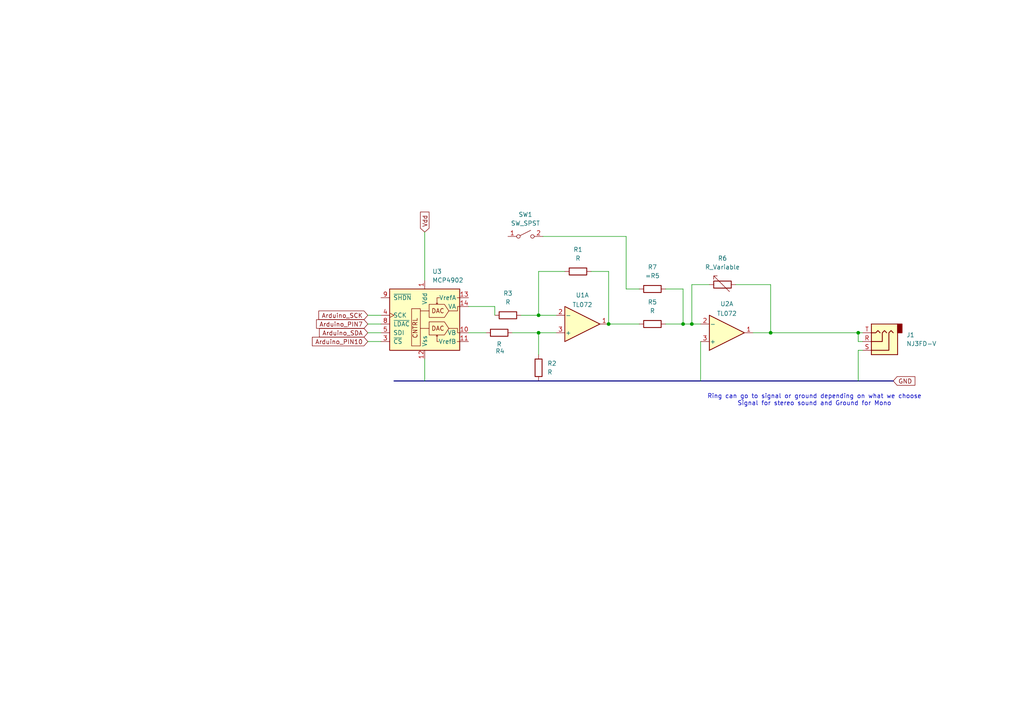
<source format=kicad_sch>
(kicad_sch
	(version 20231120)
	(generator "eeschema")
	(generator_version "8.0")
	(uuid "1f52c9a4-f58e-4d91-9410-99eb02bd9a97")
	(paper "A4")
	(lib_symbols
		(symbol "Amplifier_Operational:TL072"
			(pin_names
				(offset 0.127)
			)
			(exclude_from_sim no)
			(in_bom yes)
			(on_board yes)
			(property "Reference" "U"
				(at 0 5.08 0)
				(effects
					(font
						(size 1.27 1.27)
					)
					(justify left)
				)
			)
			(property "Value" "TL072"
				(at 0 -5.08 0)
				(effects
					(font
						(size 1.27 1.27)
					)
					(justify left)
				)
			)
			(property "Footprint" ""
				(at 0 0 0)
				(effects
					(font
						(size 1.27 1.27)
					)
					(hide yes)
				)
			)
			(property "Datasheet" "http://www.ti.com/lit/ds/symlink/tl071.pdf"
				(at 0 0 0)
				(effects
					(font
						(size 1.27 1.27)
					)
					(hide yes)
				)
			)
			(property "Description" "Dual Low-Noise JFET-Input Operational Amplifiers, DIP-8/SOIC-8"
				(at 0 0 0)
				(effects
					(font
						(size 1.27 1.27)
					)
					(hide yes)
				)
			)
			(property "ki_locked" ""
				(at 0 0 0)
				(effects
					(font
						(size 1.27 1.27)
					)
				)
			)
			(property "ki_keywords" "dual opamp"
				(at 0 0 0)
				(effects
					(font
						(size 1.27 1.27)
					)
					(hide yes)
				)
			)
			(property "ki_fp_filters" "SOIC*3.9x4.9mm*P1.27mm* DIP*W7.62mm* TO*99* OnSemi*Micro8* TSSOP*3x3mm*P0.65mm* TSSOP*4.4x3mm*P0.65mm* MSOP*3x3mm*P0.65mm* SSOP*3.9x4.9mm*P0.635mm* LFCSP*2x2mm*P0.5mm* *SIP* SOIC*5.3x6.2mm*P1.27mm*"
				(at 0 0 0)
				(effects
					(font
						(size 1.27 1.27)
					)
					(hide yes)
				)
			)
			(symbol "TL072_1_1"
				(polyline
					(pts
						(xy -5.08 5.08) (xy 5.08 0) (xy -5.08 -5.08) (xy -5.08 5.08)
					)
					(stroke
						(width 0.254)
						(type default)
					)
					(fill
						(type background)
					)
				)
				(pin output line
					(at 7.62 0 180)
					(length 2.54)
					(name "~"
						(effects
							(font
								(size 1.27 1.27)
							)
						)
					)
					(number "1"
						(effects
							(font
								(size 1.27 1.27)
							)
						)
					)
				)
				(pin input line
					(at -7.62 -2.54 0)
					(length 2.54)
					(name "-"
						(effects
							(font
								(size 1.27 1.27)
							)
						)
					)
					(number "2"
						(effects
							(font
								(size 1.27 1.27)
							)
						)
					)
				)
				(pin input line
					(at -7.62 2.54 0)
					(length 2.54)
					(name "+"
						(effects
							(font
								(size 1.27 1.27)
							)
						)
					)
					(number "3"
						(effects
							(font
								(size 1.27 1.27)
							)
						)
					)
				)
			)
			(symbol "TL072_2_1"
				(polyline
					(pts
						(xy -5.08 5.08) (xy 5.08 0) (xy -5.08 -5.08) (xy -5.08 5.08)
					)
					(stroke
						(width 0.254)
						(type default)
					)
					(fill
						(type background)
					)
				)
				(pin input line
					(at -7.62 2.54 0)
					(length 2.54)
					(name "+"
						(effects
							(font
								(size 1.27 1.27)
							)
						)
					)
					(number "5"
						(effects
							(font
								(size 1.27 1.27)
							)
						)
					)
				)
				(pin input line
					(at -7.62 -2.54 0)
					(length 2.54)
					(name "-"
						(effects
							(font
								(size 1.27 1.27)
							)
						)
					)
					(number "6"
						(effects
							(font
								(size 1.27 1.27)
							)
						)
					)
				)
				(pin output line
					(at 7.62 0 180)
					(length 2.54)
					(name "~"
						(effects
							(font
								(size 1.27 1.27)
							)
						)
					)
					(number "7"
						(effects
							(font
								(size 1.27 1.27)
							)
						)
					)
				)
			)
			(symbol "TL072_3_1"
				(pin power_in line
					(at -2.54 -7.62 90)
					(length 3.81)
					(name "V-"
						(effects
							(font
								(size 1.27 1.27)
							)
						)
					)
					(number "4"
						(effects
							(font
								(size 1.27 1.27)
							)
						)
					)
				)
				(pin power_in line
					(at -2.54 7.62 270)
					(length 3.81)
					(name "V+"
						(effects
							(font
								(size 1.27 1.27)
							)
						)
					)
					(number "8"
						(effects
							(font
								(size 1.27 1.27)
							)
						)
					)
				)
			)
		)
		(symbol "Analog_DAC:MCP4902"
			(pin_names
				(offset 1.016)
			)
			(exclude_from_sim no)
			(in_bom yes)
			(on_board yes)
			(property "Reference" "U"
				(at -1.905 10.795 0)
				(effects
					(font
						(size 1.27 1.27)
					)
					(justify right)
				)
			)
			(property "Value" "MCP4902"
				(at -1.905 8.89 0)
				(effects
					(font
						(size 1.27 1.27)
					)
					(justify right)
				)
			)
			(property "Footprint" ""
				(at 20.32 -7.62 0)
				(effects
					(font
						(size 1.27 1.27)
					)
					(hide yes)
				)
			)
			(property "Datasheet" "http://ww1.microchip.com/downloads/en/DeviceDoc/22250A.pdf"
				(at 20.32 -7.62 0)
				(effects
					(font
						(size 1.27 1.27)
					)
					(hide yes)
				)
			)
			(property "Description" "2-Channel 8-Bit D/A Converters with SPI Interface"
				(at 0 0 0)
				(effects
					(font
						(size 1.27 1.27)
					)
					(hide yes)
				)
			)
			(property "ki_keywords" "8-Bit DAC SPI  2ch"
				(at 0 0 0)
				(effects
					(font
						(size 1.27 1.27)
					)
					(hide yes)
				)
			)
			(property "ki_fp_filters" "DIP*W7.62mm* SOIC*3.9x8.7mm*P1.27mm* TSSOP*4.4x5mm*P0.65mm*"
				(at 0 0 0)
				(effects
					(font
						(size 1.27 1.27)
					)
					(hide yes)
				)
			)
			(symbol "MCP4902_0_0"
				(polyline
					(pts
						(xy 3.556 -5.842) (xy 3.302 -6.096)
					)
					(stroke
						(width 0)
						(type default)
					)
					(fill
						(type none)
					)
				)
				(polyline
					(pts
						(xy 3.556 -5.842) (xy 3.81 -6.096)
					)
					(stroke
						(width 0)
						(type default)
					)
					(fill
						(type none)
					)
				)
				(polyline
					(pts
						(xy 3.556 3.302) (xy 3.302 3.556)
					)
					(stroke
						(width 0)
						(type default)
					)
					(fill
						(type none)
					)
				)
				(polyline
					(pts
						(xy 3.556 3.302) (xy 3.81 3.556)
					)
					(stroke
						(width 0)
						(type default)
					)
					(fill
						(type none)
					)
				)
				(polyline
					(pts
						(xy 10.16 -7.62) (xy 9.398 -7.62)
					)
					(stroke
						(width 0)
						(type default)
					)
					(fill
						(type none)
					)
				)
				(polyline
					(pts
						(xy 10.16 5.08) (xy 9.398 5.08)
					)
					(stroke
						(width 0)
						(type default)
					)
					(fill
						(type none)
					)
				)
				(polyline
					(pts
						(xy 4.064 -7.62) (xy 3.556 -7.62) (xy 3.556 -5.842)
					)
					(stroke
						(width 0)
						(type default)
					)
					(fill
						(type none)
					)
				)
				(polyline
					(pts
						(xy 4.318 5.08) (xy 3.556 5.08) (xy 3.556 3.302)
					)
					(stroke
						(width 0)
						(type default)
					)
					(fill
						(type none)
					)
				)
				(polyline
					(pts
						(xy 6.985 -3.81) (xy 9.525 -3.81) (xy 9.525 -5.08) (xy 10.16 -5.08)
					)
					(stroke
						(width 0)
						(type default)
					)
					(fill
						(type none)
					)
				)
				(polyline
					(pts
						(xy 6.985 1.27) (xy 9.525 1.27) (xy 9.525 2.54) (xy 10.16 2.54)
					)
					(stroke
						(width 0)
						(type default)
					)
					(fill
						(type none)
					)
				)
				(text "CNTRL"
					(at -2.032 -6.731 900)
					(effects
						(font
							(size 1.27 1.27)
						)
						(justify left bottom)
					)
				)
				(text "DAC"
					(at 3.81 -3.81 0)
					(effects
						(font
							(size 1.27 1.27)
						)
					)
				)
				(text "DAC"
					(at 3.81 1.27 0)
					(effects
						(font
							(size 1.27 1.27)
						)
					)
				)
			)
			(symbol "MCP4902_0_1"
				(rectangle
					(start -10.16 7.62)
					(end 10.16 -10.16)
					(stroke
						(width 0.254)
						(type default)
					)
					(fill
						(type background)
					)
				)
				(rectangle
					(start -1.27 -8.89)
					(end -3.81 1.905)
					(stroke
						(width 0)
						(type default)
					)
					(fill
						(type none)
					)
				)
				(polyline
					(pts
						(xy 1.27 -3.81) (xy -1.27 -3.81)
					)
					(stroke
						(width 0)
						(type default)
					)
					(fill
						(type none)
					)
				)
				(polyline
					(pts
						(xy 1.27 1.27) (xy -1.27 1.27)
					)
					(stroke
						(width 0)
						(type default)
					)
					(fill
						(type none)
					)
				)
				(polyline
					(pts
						(xy 6.985 -3.81) (xy 5.715 -1.905) (xy 1.27 -1.905) (xy 1.27 -5.715) (xy 5.715 -5.715) (xy 6.985 -3.81)
					)
					(stroke
						(width 0)
						(type default)
					)
					(fill
						(type none)
					)
				)
				(polyline
					(pts
						(xy 6.985 1.27) (xy 5.715 3.175) (xy 1.27 3.175) (xy 1.27 -0.635) (xy 5.715 -0.635) (xy 6.985 1.27)
					)
					(stroke
						(width 0)
						(type default)
					)
					(fill
						(type none)
					)
				)
			)
			(symbol "MCP4902_1_1"
				(pin power_in line
					(at 0 10.16 270)
					(length 2.54)
					(name "Vdd"
						(effects
							(font
								(size 1.27 1.27)
							)
						)
					)
					(number "1"
						(effects
							(font
								(size 1.27 1.27)
							)
						)
					)
				)
				(pin output line
					(at 12.7 -5.08 180)
					(length 2.54)
					(name "VB"
						(effects
							(font
								(size 1.27 1.27)
							)
						)
					)
					(number "10"
						(effects
							(font
								(size 1.27 1.27)
							)
						)
					)
				)
				(pin input line
					(at 12.7 -7.62 180)
					(length 2.54)
					(name "VrefB"
						(effects
							(font
								(size 1.27 1.27)
							)
						)
					)
					(number "11"
						(effects
							(font
								(size 1.27 1.27)
							)
						)
					)
				)
				(pin power_in line
					(at 0 -12.7 90)
					(length 2.54)
					(name "Vss"
						(effects
							(font
								(size 1.27 1.27)
							)
						)
					)
					(number "12"
						(effects
							(font
								(size 1.27 1.27)
							)
						)
					)
				)
				(pin input line
					(at 12.7 5.08 180)
					(length 2.54)
					(name "VrefA"
						(effects
							(font
								(size 1.27 1.27)
							)
						)
					)
					(number "13"
						(effects
							(font
								(size 1.27 1.27)
							)
						)
					)
				)
				(pin output line
					(at 12.7 2.54 180)
					(length 2.54)
					(name "VA"
						(effects
							(font
								(size 1.27 1.27)
							)
						)
					)
					(number "14"
						(effects
							(font
								(size 1.27 1.27)
							)
						)
					)
				)
				(pin no_connect line
					(at -7.62 -10.16 90)
					(length 2.54) hide
					(name "NC"
						(effects
							(font
								(size 1.27 1.27)
							)
						)
					)
					(number "2"
						(effects
							(font
								(size 1.27 1.27)
							)
						)
					)
				)
				(pin input line
					(at -12.7 -7.62 0)
					(length 2.54)
					(name "~{CS}"
						(effects
							(font
								(size 1.27 1.27)
							)
						)
					)
					(number "3"
						(effects
							(font
								(size 1.27 1.27)
							)
						)
					)
				)
				(pin input clock
					(at -12.7 0 0)
					(length 2.54)
					(name "SCK"
						(effects
							(font
								(size 1.27 1.27)
							)
						)
					)
					(number "4"
						(effects
							(font
								(size 1.27 1.27)
							)
						)
					)
				)
				(pin input line
					(at -12.7 -5.08 0)
					(length 2.54)
					(name "SDI"
						(effects
							(font
								(size 1.27 1.27)
							)
						)
					)
					(number "5"
						(effects
							(font
								(size 1.27 1.27)
							)
						)
					)
				)
				(pin no_connect line
					(at -5.08 -10.16 90)
					(length 2.54) hide
					(name "NC"
						(effects
							(font
								(size 1.27 1.27)
							)
						)
					)
					(number "6"
						(effects
							(font
								(size 1.27 1.27)
							)
						)
					)
				)
				(pin no_connect line
					(at -2.54 -10.16 90)
					(length 2.54) hide
					(name "NC"
						(effects
							(font
								(size 1.27 1.27)
							)
						)
					)
					(number "7"
						(effects
							(font
								(size 1.27 1.27)
							)
						)
					)
				)
				(pin input line
					(at -12.7 -2.54 0)
					(length 2.54)
					(name "~{LDAC}"
						(effects
							(font
								(size 1.27 1.27)
							)
						)
					)
					(number "8"
						(effects
							(font
								(size 1.27 1.27)
							)
						)
					)
				)
				(pin output line
					(at -12.7 5.08 0)
					(length 2.54)
					(name "~{SHDN}"
						(effects
							(font
								(size 1.27 1.27)
							)
						)
					)
					(number "9"
						(effects
							(font
								(size 1.27 1.27)
							)
						)
					)
				)
			)
		)
		(symbol "Connector_Audio:NJ3FD-V"
			(exclude_from_sim no)
			(in_bom yes)
			(on_board yes)
			(property "Reference" "J"
				(at 0 8.89 0)
				(effects
					(font
						(size 1.27 1.27)
					)
				)
			)
			(property "Value" "NJ3FD-V"
				(at 0 6.35 0)
				(effects
					(font
						(size 1.27 1.27)
					)
				)
			)
			(property "Footprint" "Connector_Audio:Jack_6.35mm_Neutrik_NJ3FD-V_Vertical"
				(at 0 0 0)
				(effects
					(font
						(size 1.27 1.27)
					)
					(hide yes)
				)
			)
			(property "Datasheet" "https://www.neutrik.com/en/product/nj3fd-v"
				(at 0 0 0)
				(effects
					(font
						(size 1.27 1.27)
					)
					(hide yes)
				)
			)
			(property "Description" "6.35mm (1/4 in) Vertical Jack, Non-switching stereo jack (T/R/S)"
				(at 0 0 0)
				(effects
					(font
						(size 1.27 1.27)
					)
					(hide yes)
				)
			)
			(property "ki_keywords" "audio jack receptacle stereo headphones phones TRS connector neutrik"
				(at 0 0 0)
				(effects
					(font
						(size 1.27 1.27)
					)
					(hide yes)
				)
			)
			(property "ki_fp_filters" "Jack*"
				(at 0 0 0)
				(effects
					(font
						(size 1.27 1.27)
					)
					(hide yes)
				)
			)
			(symbol "NJ3FD-V_0_1"
				(rectangle
					(start -5.08 -5.08)
					(end -6.35 -2.54)
					(stroke
						(width 0.254)
						(type default)
					)
					(fill
						(type outline)
					)
				)
				(polyline
					(pts
						(xy 0 -2.54) (xy 0.635 -3.175) (xy 1.27 -2.54) (xy 2.54 -2.54)
					)
					(stroke
						(width 0.254)
						(type default)
					)
					(fill
						(type none)
					)
				)
				(polyline
					(pts
						(xy -1.905 -2.54) (xy -1.27 -3.175) (xy -0.635 -2.54) (xy -0.635 0) (xy 2.54 0)
					)
					(stroke
						(width 0.254)
						(type default)
					)
					(fill
						(type none)
					)
				)
				(polyline
					(pts
						(xy 2.54 2.54) (xy -2.54 2.54) (xy -2.54 -2.54) (xy -3.175 -3.175) (xy -3.81 -2.54)
					)
					(stroke
						(width 0.254)
						(type default)
					)
					(fill
						(type none)
					)
				)
				(rectangle
					(start 2.54 3.81)
					(end -5.08 -5.08)
					(stroke
						(width 0.254)
						(type default)
					)
					(fill
						(type background)
					)
				)
			)
			(symbol "NJ3FD-V_1_1"
				(pin passive line
					(at 5.08 0 180)
					(length 2.54)
					(name "~"
						(effects
							(font
								(size 1.27 1.27)
							)
						)
					)
					(number "R"
						(effects
							(font
								(size 1.27 1.27)
							)
						)
					)
				)
				(pin passive line
					(at 5.08 2.54 180)
					(length 2.54)
					(name "~"
						(effects
							(font
								(size 1.27 1.27)
							)
						)
					)
					(number "S"
						(effects
							(font
								(size 1.27 1.27)
							)
						)
					)
				)
				(pin passive line
					(at 5.08 -2.54 180)
					(length 2.54)
					(name "~"
						(effects
							(font
								(size 1.27 1.27)
							)
						)
					)
					(number "T"
						(effects
							(font
								(size 1.27 1.27)
							)
						)
					)
				)
			)
		)
		(symbol "Device:R"
			(pin_numbers hide)
			(pin_names
				(offset 0)
			)
			(exclude_from_sim no)
			(in_bom yes)
			(on_board yes)
			(property "Reference" "R"
				(at 2.032 0 90)
				(effects
					(font
						(size 1.27 1.27)
					)
				)
			)
			(property "Value" "R"
				(at 0 0 90)
				(effects
					(font
						(size 1.27 1.27)
					)
				)
			)
			(property "Footprint" ""
				(at -1.778 0 90)
				(effects
					(font
						(size 1.27 1.27)
					)
					(hide yes)
				)
			)
			(property "Datasheet" "~"
				(at 0 0 0)
				(effects
					(font
						(size 1.27 1.27)
					)
					(hide yes)
				)
			)
			(property "Description" "Resistor"
				(at 0 0 0)
				(effects
					(font
						(size 1.27 1.27)
					)
					(hide yes)
				)
			)
			(property "ki_keywords" "R res resistor"
				(at 0 0 0)
				(effects
					(font
						(size 1.27 1.27)
					)
					(hide yes)
				)
			)
			(property "ki_fp_filters" "R_*"
				(at 0 0 0)
				(effects
					(font
						(size 1.27 1.27)
					)
					(hide yes)
				)
			)
			(symbol "R_0_1"
				(rectangle
					(start -1.016 -2.54)
					(end 1.016 2.54)
					(stroke
						(width 0.254)
						(type default)
					)
					(fill
						(type none)
					)
				)
			)
			(symbol "R_1_1"
				(pin passive line
					(at 0 3.81 270)
					(length 1.27)
					(name "~"
						(effects
							(font
								(size 1.27 1.27)
							)
						)
					)
					(number "1"
						(effects
							(font
								(size 1.27 1.27)
							)
						)
					)
				)
				(pin passive line
					(at 0 -3.81 90)
					(length 1.27)
					(name "~"
						(effects
							(font
								(size 1.27 1.27)
							)
						)
					)
					(number "2"
						(effects
							(font
								(size 1.27 1.27)
							)
						)
					)
				)
			)
		)
		(symbol "Device:R_Variable"
			(pin_numbers hide)
			(pin_names
				(offset 0)
			)
			(exclude_from_sim no)
			(in_bom yes)
			(on_board yes)
			(property "Reference" "R"
				(at 2.54 -2.54 90)
				(effects
					(font
						(size 1.27 1.27)
					)
					(justify left)
				)
			)
			(property "Value" "R_Variable"
				(at -2.54 -1.27 90)
				(effects
					(font
						(size 1.27 1.27)
					)
					(justify left)
				)
			)
			(property "Footprint" ""
				(at -1.778 0 90)
				(effects
					(font
						(size 1.27 1.27)
					)
					(hide yes)
				)
			)
			(property "Datasheet" "~"
				(at 0 0 0)
				(effects
					(font
						(size 1.27 1.27)
					)
					(hide yes)
				)
			)
			(property "Description" "Variable resistor"
				(at 0 0 0)
				(effects
					(font
						(size 1.27 1.27)
					)
					(hide yes)
				)
			)
			(property "ki_keywords" "R res resistor variable potentiometer rheostat"
				(at 0 0 0)
				(effects
					(font
						(size 1.27 1.27)
					)
					(hide yes)
				)
			)
			(property "ki_fp_filters" "R_*"
				(at 0 0 0)
				(effects
					(font
						(size 1.27 1.27)
					)
					(hide yes)
				)
			)
			(symbol "R_Variable_0_1"
				(rectangle
					(start -1.016 -2.54)
					(end 1.016 2.54)
					(stroke
						(width 0.254)
						(type default)
					)
					(fill
						(type none)
					)
				)
				(polyline
					(pts
						(xy 2.54 1.524) (xy 2.54 2.54) (xy 1.524 2.54) (xy 2.54 2.54) (xy -2.032 -2.032)
					)
					(stroke
						(width 0)
						(type default)
					)
					(fill
						(type none)
					)
				)
			)
			(symbol "R_Variable_1_1"
				(pin passive line
					(at 0 3.81 270)
					(length 1.27)
					(name "~"
						(effects
							(font
								(size 1.27 1.27)
							)
						)
					)
					(number "1"
						(effects
							(font
								(size 1.27 1.27)
							)
						)
					)
				)
				(pin passive line
					(at 0 -3.81 90)
					(length 1.27)
					(name "~"
						(effects
							(font
								(size 1.27 1.27)
							)
						)
					)
					(number "2"
						(effects
							(font
								(size 1.27 1.27)
							)
						)
					)
				)
			)
		)
		(symbol "Switch:SW_SPST"
			(pin_names
				(offset 0) hide)
			(exclude_from_sim no)
			(in_bom yes)
			(on_board yes)
			(property "Reference" "SW"
				(at 0 3.175 0)
				(effects
					(font
						(size 1.27 1.27)
					)
				)
			)
			(property "Value" "SW_SPST"
				(at 0 -2.54 0)
				(effects
					(font
						(size 1.27 1.27)
					)
				)
			)
			(property "Footprint" ""
				(at 0 0 0)
				(effects
					(font
						(size 1.27 1.27)
					)
					(hide yes)
				)
			)
			(property "Datasheet" "~"
				(at 0 0 0)
				(effects
					(font
						(size 1.27 1.27)
					)
					(hide yes)
				)
			)
			(property "Description" "Single Pole Single Throw (SPST) switch"
				(at 0 0 0)
				(effects
					(font
						(size 1.27 1.27)
					)
					(hide yes)
				)
			)
			(property "ki_keywords" "switch lever"
				(at 0 0 0)
				(effects
					(font
						(size 1.27 1.27)
					)
					(hide yes)
				)
			)
			(symbol "SW_SPST_0_0"
				(circle
					(center -2.032 0)
					(radius 0.508)
					(stroke
						(width 0)
						(type default)
					)
					(fill
						(type none)
					)
				)
				(polyline
					(pts
						(xy -1.524 0.254) (xy 1.524 1.778)
					)
					(stroke
						(width 0)
						(type default)
					)
					(fill
						(type none)
					)
				)
				(circle
					(center 2.032 0)
					(radius 0.508)
					(stroke
						(width 0)
						(type default)
					)
					(fill
						(type none)
					)
				)
			)
			(symbol "SW_SPST_1_1"
				(pin passive line
					(at -5.08 0 0)
					(length 2.54)
					(name "A"
						(effects
							(font
								(size 1.27 1.27)
							)
						)
					)
					(number "1"
						(effects
							(font
								(size 1.27 1.27)
							)
						)
					)
				)
				(pin passive line
					(at 5.08 0 180)
					(length 2.54)
					(name "B"
						(effects
							(font
								(size 1.27 1.27)
							)
						)
					)
					(number "2"
						(effects
							(font
								(size 1.27 1.27)
							)
						)
					)
				)
			)
		)
	)
	(junction
		(at 248.92 96.52)
		(diameter 0)
		(color 0 0 0 0)
		(uuid "243b0c9c-6836-4837-b75d-de85048773eb")
	)
	(junction
		(at 176.53 93.98)
		(diameter 0)
		(color 0 0 0 0)
		(uuid "2c506596-b4dd-4426-af00-ed84396c9974")
	)
	(junction
		(at 200.66 93.98)
		(diameter 0)
		(color 0 0 0 0)
		(uuid "3321366e-44ae-4074-bbbb-2de1801ab170")
	)
	(junction
		(at 223.52 96.52)
		(diameter 0)
		(color 0 0 0 0)
		(uuid "7d7a580a-cf4e-463d-ae32-27a1483eb179")
	)
	(junction
		(at 156.21 96.52)
		(diameter 0)
		(color 0 0 0 0)
		(uuid "9bba3996-6c23-44a5-a9e0-2a407222bb75")
	)
	(junction
		(at 198.12 93.98)
		(diameter 0)
		(color 0 0 0 0)
		(uuid "cf9a06ba-3b54-4be1-8b18-1733f574facc")
	)
	(junction
		(at 156.21 91.44)
		(diameter 0)
		(color 0 0 0 0)
		(uuid "ec240467-424f-4f09-ba8a-b22e7137d22c")
	)
	(wire
		(pts
			(xy 218.44 96.52) (xy 223.52 96.52)
		)
		(stroke
			(width 0)
			(type default)
		)
		(uuid "0d717799-74d6-40a2-96b8-f295ccc263b2")
	)
	(wire
		(pts
			(xy 198.12 83.82) (xy 198.12 93.98)
		)
		(stroke
			(width 0)
			(type default)
		)
		(uuid "0de0d32b-7628-4b25-aa89-36be182e247e")
	)
	(wire
		(pts
			(xy 171.45 78.74) (xy 176.53 78.74)
		)
		(stroke
			(width 0)
			(type default)
		)
		(uuid "10e16581-3141-4311-8ca8-7b18b9d5f37d")
	)
	(wire
		(pts
			(xy 193.04 93.98) (xy 198.12 93.98)
		)
		(stroke
			(width 0)
			(type default)
		)
		(uuid "1936eb37-8d68-4ca1-9dbb-8d4f9847f863")
	)
	(wire
		(pts
			(xy 203.2 99.06) (xy 203.2 110.49)
		)
		(stroke
			(width 0)
			(type default)
		)
		(uuid "19a56d37-4383-4d2c-87e7-68a15c49be4d")
	)
	(wire
		(pts
			(xy 248.92 101.6) (xy 250.19 101.6)
		)
		(stroke
			(width 0)
			(type default)
		)
		(uuid "2354f7a7-f0a4-4f20-963f-99f6fa2f926c")
	)
	(wire
		(pts
			(xy 157.48 68.58) (xy 181.61 68.58)
		)
		(stroke
			(width 0)
			(type default)
		)
		(uuid "24b8f780-93c3-417d-818b-e0d0df94fb11")
	)
	(wire
		(pts
			(xy 248.92 101.6) (xy 248.92 110.49)
		)
		(stroke
			(width 0)
			(type default)
		)
		(uuid "29c40ca1-93c2-46aa-834e-d5c499cc0a65")
	)
	(wire
		(pts
			(xy 185.42 83.82) (xy 181.61 83.82)
		)
		(stroke
			(width 0)
			(type default)
		)
		(uuid "2be148a6-1f9b-4040-84a3-741a16962c4b")
	)
	(wire
		(pts
			(xy 156.21 96.52) (xy 156.21 102.87)
		)
		(stroke
			(width 0)
			(type default)
		)
		(uuid "36cb4668-cb7c-4e04-a4d0-4ce3c5009107")
	)
	(wire
		(pts
			(xy 181.61 83.82) (xy 181.61 68.58)
		)
		(stroke
			(width 0)
			(type default)
		)
		(uuid "37c388ae-2db6-45f7-a330-3966ad67211f")
	)
	(wire
		(pts
			(xy 200.66 82.55) (xy 200.66 93.98)
		)
		(stroke
			(width 0)
			(type default)
		)
		(uuid "3846ce2e-cf81-46b8-af5b-0731287f16d1")
	)
	(wire
		(pts
			(xy 176.53 93.98) (xy 185.42 93.98)
		)
		(stroke
			(width 0)
			(type default)
		)
		(uuid "3a2ed23d-0768-422c-9bf1-ed222112ac71")
	)
	(wire
		(pts
			(xy 156.21 78.74) (xy 156.21 91.44)
		)
		(stroke
			(width 0)
			(type default)
		)
		(uuid "3f41a844-32dd-4630-bdbe-13be9b9b03d1")
	)
	(wire
		(pts
			(xy 223.52 82.55) (xy 223.52 96.52)
		)
		(stroke
			(width 0)
			(type default)
		)
		(uuid "424dffdb-9977-411e-8425-8be92010005f")
	)
	(wire
		(pts
			(xy 156.21 91.44) (xy 161.29 91.44)
		)
		(stroke
			(width 0)
			(type default)
		)
		(uuid "45f5caad-4358-4285-be2e-110f66fe62c8")
	)
	(wire
		(pts
			(xy 123.19 104.14) (xy 123.19 110.49)
		)
		(stroke
			(width 0)
			(type default)
		)
		(uuid "48b2b9bd-809e-4e32-81eb-f8d90e700a79")
	)
	(wire
		(pts
			(xy 176.53 78.74) (xy 176.53 93.98)
		)
		(stroke
			(width 0)
			(type default)
		)
		(uuid "49e8ee35-3f6c-4b13-b1af-9b6363791066")
	)
	(wire
		(pts
			(xy 156.21 78.74) (xy 163.83 78.74)
		)
		(stroke
			(width 0)
			(type default)
		)
		(uuid "544d3df8-ec1c-4e5d-8dc5-b0a202a61102")
	)
	(wire
		(pts
			(xy 193.04 83.82) (xy 198.12 83.82)
		)
		(stroke
			(width 0)
			(type default)
		)
		(uuid "580742a9-9076-48fb-b7d8-7b9e3f59182c")
	)
	(wire
		(pts
			(xy 161.29 96.52) (xy 156.21 96.52)
		)
		(stroke
			(width 0)
			(type default)
		)
		(uuid "586e474c-bda3-4ca2-88b6-616e55baa1e6")
	)
	(wire
		(pts
			(xy 151.13 91.44) (xy 156.21 91.44)
		)
		(stroke
			(width 0)
			(type default)
		)
		(uuid "5c01bb60-110f-4d8c-b485-bfd837fd8f91")
	)
	(wire
		(pts
			(xy 106.68 99.06) (xy 110.49 99.06)
		)
		(stroke
			(width 0)
			(type default)
		)
		(uuid "6c84fba7-0eac-445b-b367-5ef539a2a407")
	)
	(wire
		(pts
			(xy 248.92 96.52) (xy 248.92 99.06)
		)
		(stroke
			(width 0)
			(type default)
		)
		(uuid "6c873a80-3496-40a8-9605-0826f3e815dd")
	)
	(wire
		(pts
			(xy 106.68 93.98) (xy 110.49 93.98)
		)
		(stroke
			(width 0)
			(type default)
		)
		(uuid "75ad233f-01b4-4940-ac3d-9cd2007d67fb")
	)
	(wire
		(pts
			(xy 248.92 96.52) (xy 250.19 96.52)
		)
		(stroke
			(width 0)
			(type default)
		)
		(uuid "7d623363-f5eb-482a-9a6d-c8f5c049e376")
	)
	(wire
		(pts
			(xy 200.66 93.98) (xy 203.2 93.98)
		)
		(stroke
			(width 0)
			(type default)
		)
		(uuid "8473a6cc-0870-4ead-a2df-2d96cb1e7df6")
	)
	(wire
		(pts
			(xy 143.51 88.9) (xy 143.51 91.44)
		)
		(stroke
			(width 0)
			(type default)
		)
		(uuid "8ec119f0-da7a-4efe-8f9d-f4f7a606a76e")
	)
	(wire
		(pts
			(xy 205.74 82.55) (xy 200.66 82.55)
		)
		(stroke
			(width 0)
			(type default)
		)
		(uuid "9353c3b8-cab7-40ef-a477-4c62797f341e")
	)
	(wire
		(pts
			(xy 123.19 67.31) (xy 123.19 81.28)
		)
		(stroke
			(width 0)
			(type default)
		)
		(uuid "9fad1482-7934-46cd-b900-4ec66ba98d8f")
	)
	(wire
		(pts
			(xy 198.12 93.98) (xy 200.66 93.98)
		)
		(stroke
			(width 0)
			(type default)
		)
		(uuid "a0ae3e34-bea9-48e6-b0df-cf77fa9b171c")
	)
	(wire
		(pts
			(xy 106.68 91.44) (xy 110.49 91.44)
		)
		(stroke
			(width 0)
			(type default)
		)
		(uuid "a1117910-8f0c-4a9e-95f5-94416eecb6da")
	)
	(bus
		(pts
			(xy 114.3 110.49) (xy 259.08 110.49)
		)
		(stroke
			(width 0)
			(type default)
		)
		(uuid "a9196dad-33e6-4531-841d-3f9621c14219")
	)
	(wire
		(pts
			(xy 106.68 96.52) (xy 110.49 96.52)
		)
		(stroke
			(width 0)
			(type default)
		)
		(uuid "c42841e1-9068-4abe-850e-fec9ca8e1638")
	)
	(wire
		(pts
			(xy 250.19 99.06) (xy 248.92 99.06)
		)
		(stroke
			(width 0)
			(type default)
		)
		(uuid "c4a2d574-00bc-4de2-8476-373565f2a5f0")
	)
	(wire
		(pts
			(xy 135.89 88.9) (xy 143.51 88.9)
		)
		(stroke
			(width 0)
			(type default)
		)
		(uuid "c4d4b227-802f-4d46-92ce-867e39dccd3d")
	)
	(wire
		(pts
			(xy 135.89 96.52) (xy 140.97 96.52)
		)
		(stroke
			(width 0)
			(type default)
		)
		(uuid "c61198bf-44e0-4397-8b84-c47938b86ec5")
	)
	(wire
		(pts
			(xy 213.36 82.55) (xy 223.52 82.55)
		)
		(stroke
			(width 0)
			(type default)
		)
		(uuid "e111f894-b4eb-4d17-b802-457842a1af8e")
	)
	(wire
		(pts
			(xy 223.52 96.52) (xy 248.92 96.52)
		)
		(stroke
			(width 0)
			(type default)
		)
		(uuid "fe85541b-6c6a-4aa3-9608-12e91367dd98")
	)
	(wire
		(pts
			(xy 148.59 96.52) (xy 156.21 96.52)
		)
		(stroke
			(width 0)
			(type default)
		)
		(uuid "fe8cfe6e-a80a-45c8-afc0-83eb8cf87038")
	)
	(text "Ring can go to signal or ground depending on what we choose\nSignal for stereo sound and Ground for Mono"
		(exclude_from_sim no)
		(at 236.22 116.078 0)
		(effects
			(font
				(size 1.27 1.27)
			)
		)
		(uuid "4647913a-0533-472b-87be-1f626c759190")
	)
	(global_label "GND"
		(shape input)
		(at 259.08 110.49 0)
		(fields_autoplaced yes)
		(effects
			(font
				(size 1.27 1.27)
			)
			(justify left)
		)
		(uuid "15f59996-eaea-486a-bf6c-442479e84e87")
		(property "Intersheetrefs" "${INTERSHEET_REFS}"
			(at 265.9357 110.49 0)
			(effects
				(font
					(size 1.27 1.27)
				)
				(justify left)
				(hide yes)
			)
		)
	)
	(global_label "Arduino_PIN10"
		(shape input)
		(at 106.68 99.06 180)
		(fields_autoplaced yes)
		(effects
			(font
				(size 1.27 1.27)
			)
			(justify right)
		)
		(uuid "3afe7cbc-e5bc-4fab-b819-de5e4f2f83b9")
		(property "Intersheetrefs" "${INTERSHEET_REFS}"
			(at 90.0273 99.06 0)
			(effects
				(font
					(size 1.27 1.27)
				)
				(justify right)
				(hide yes)
			)
		)
	)
	(global_label "Vdd"
		(shape input)
		(at 123.19 67.31 90)
		(fields_autoplaced yes)
		(effects
			(font
				(size 1.27 1.27)
			)
			(justify left)
		)
		(uuid "61475dd8-a151-4d02-ba35-bb8eec9ef53b")
		(property "Intersheetrefs" "${INTERSHEET_REFS}"
			(at 123.19 60.9382 90)
			(effects
				(font
					(size 1.27 1.27)
				)
				(justify left)
				(hide yes)
			)
		)
	)
	(global_label "Arduino_SDA"
		(shape input)
		(at 106.68 96.52 180)
		(fields_autoplaced yes)
		(effects
			(font
				(size 1.27 1.27)
			)
			(justify right)
		)
		(uuid "acdd42a9-ea4d-4636-9592-e1fc8c6be448")
		(property "Intersheetrefs" "${INTERSHEET_REFS}"
			(at 92.0835 96.52 0)
			(effects
				(font
					(size 1.27 1.27)
				)
				(justify right)
				(hide yes)
			)
		)
	)
	(global_label "Arduino_PIN7"
		(shape input)
		(at 106.68 93.98 180)
		(fields_autoplaced yes)
		(effects
			(font
				(size 1.27 1.27)
			)
			(justify right)
		)
		(uuid "b81dbae5-1437-4feb-83d9-77ad2c13bb58")
		(property "Intersheetrefs" "${INTERSHEET_REFS}"
			(at 91.2368 93.98 0)
			(effects
				(font
					(size 1.27 1.27)
				)
				(justify right)
				(hide yes)
			)
		)
	)
	(global_label "Arduino_SCK"
		(shape input)
		(at 106.68 91.44 180)
		(fields_autoplaced yes)
		(effects
			(font
				(size 1.27 1.27)
			)
			(justify right)
		)
		(uuid "dbf9bbcd-a7ba-4326-ba00-fd24654801e6")
		(property "Intersheetrefs" "${INTERSHEET_REFS}"
			(at 91.9021 91.44 0)
			(effects
				(font
					(size 1.27 1.27)
				)
				(justify right)
				(hide yes)
			)
		)
	)
	(symbol
		(lib_id "Amplifier_Operational:TL072")
		(at 168.91 93.98 0)
		(mirror x)
		(unit 1)
		(exclude_from_sim no)
		(in_bom yes)
		(on_board yes)
		(dnp no)
		(uuid "05c329dc-9fc1-4359-b1e4-825038fd7968")
		(property "Reference" "U1"
			(at 168.91 85.598 0)
			(effects
				(font
					(size 1.27 1.27)
				)
			)
		)
		(property "Value" "TL072"
			(at 168.91 88.392 0)
			(effects
				(font
					(size 1.27 1.27)
				)
			)
		)
		(property "Footprint" ""
			(at 168.91 93.98 0)
			(effects
				(font
					(size 1.27 1.27)
				)
				(hide yes)
			)
		)
		(property "Datasheet" "http://www.ti.com/lit/ds/symlink/tl071.pdf"
			(at 168.91 93.98 0)
			(effects
				(font
					(size 1.27 1.27)
				)
				(hide yes)
			)
		)
		(property "Description" "Dual Low-Noise JFET-Input Operational Amplifiers, DIP-8/SOIC-8"
			(at 168.91 93.98 0)
			(effects
				(font
					(size 1.27 1.27)
				)
				(hide yes)
			)
		)
		(pin "2"
			(uuid "55e1ea1e-2d33-4f93-87ca-ea1de73c9f06")
		)
		(pin "5"
			(uuid "0398356d-f27b-480b-9399-1213ebf1bccc")
		)
		(pin "6"
			(uuid "89021e06-e589-422d-a742-c69c56c1c8fd")
		)
		(pin "3"
			(uuid "e2723a09-28da-4cda-9c95-d983ac56af6a")
		)
		(pin "7"
			(uuid "afe6d1cb-4384-4e99-9a2a-bd40eb354732")
		)
		(pin "4"
			(uuid "9ca92dcb-3a15-4f1b-bf4f-667d5f258edf")
		)
		(pin "1"
			(uuid "7b599926-e491-4ff6-9ae5-641422e10107")
		)
		(pin "8"
			(uuid "6d74a0ab-0df7-4bb1-b133-50ae510ae262")
		)
		(instances
			(project "Output Schematics"
				(path "/1f52c9a4-f58e-4d91-9410-99eb02bd9a97"
					(reference "U1")
					(unit 1)
				)
			)
		)
	)
	(symbol
		(lib_id "Device:R_Variable")
		(at 209.55 82.55 90)
		(unit 1)
		(exclude_from_sim no)
		(in_bom yes)
		(on_board yes)
		(dnp no)
		(fields_autoplaced yes)
		(uuid "0a74d7b1-25d8-4283-adf8-df687652bc91")
		(property "Reference" "R6"
			(at 209.55 74.93 90)
			(effects
				(font
					(size 1.27 1.27)
				)
			)
		)
		(property "Value" "R_Variable"
			(at 209.55 77.47 90)
			(effects
				(font
					(size 1.27 1.27)
				)
			)
		)
		(property "Footprint" ""
			(at 209.55 84.328 90)
			(effects
				(font
					(size 1.27 1.27)
				)
				(hide yes)
			)
		)
		(property "Datasheet" "~"
			(at 209.55 82.55 0)
			(effects
				(font
					(size 1.27 1.27)
				)
				(hide yes)
			)
		)
		(property "Description" "Variable resistor"
			(at 209.55 82.55 0)
			(effects
				(font
					(size 1.27 1.27)
				)
				(hide yes)
			)
		)
		(pin "1"
			(uuid "2f0f6f03-2a2f-4e26-bb1f-97c3ffa8ebe4")
		)
		(pin "2"
			(uuid "2cc7780d-1759-497f-97a4-41abb8d36566")
		)
		(instances
			(project "Output Schematics"
				(path "/1f52c9a4-f58e-4d91-9410-99eb02bd9a97"
					(reference "R6")
					(unit 1)
				)
			)
		)
	)
	(symbol
		(lib_id "Device:R")
		(at 147.32 91.44 270)
		(unit 1)
		(exclude_from_sim no)
		(in_bom yes)
		(on_board yes)
		(dnp no)
		(fields_autoplaced yes)
		(uuid "1f66ffae-b9b3-4f17-8980-3a37a53a5a95")
		(property "Reference" "R3"
			(at 147.32 85.09 90)
			(effects
				(font
					(size 1.27 1.27)
				)
			)
		)
		(property "Value" "R"
			(at 147.32 87.63 90)
			(effects
				(font
					(size 1.27 1.27)
				)
			)
		)
		(property "Footprint" ""
			(at 147.32 89.662 90)
			(effects
				(font
					(size 1.27 1.27)
				)
				(hide yes)
			)
		)
		(property "Datasheet" "~"
			(at 147.32 91.44 0)
			(effects
				(font
					(size 1.27 1.27)
				)
				(hide yes)
			)
		)
		(property "Description" "Resistor"
			(at 147.32 91.44 0)
			(effects
				(font
					(size 1.27 1.27)
				)
				(hide yes)
			)
		)
		(pin "2"
			(uuid "53f8af0d-7099-45fc-985a-13f9c860ff45")
		)
		(pin "1"
			(uuid "f74f431a-5d8a-4f47-b4c8-f54a551e6f11")
		)
		(instances
			(project "Output Schematics"
				(path "/1f52c9a4-f58e-4d91-9410-99eb02bd9a97"
					(reference "R3")
					(unit 1)
				)
			)
		)
	)
	(symbol
		(lib_id "Device:R")
		(at 156.21 106.68 0)
		(unit 1)
		(exclude_from_sim no)
		(in_bom yes)
		(on_board yes)
		(dnp no)
		(fields_autoplaced yes)
		(uuid "330d6329-8522-4ba6-94dc-f784d2ab725e")
		(property "Reference" "R2"
			(at 158.75 105.4099 0)
			(effects
				(font
					(size 1.27 1.27)
				)
				(justify left)
			)
		)
		(property "Value" "R"
			(at 158.75 107.9499 0)
			(effects
				(font
					(size 1.27 1.27)
				)
				(justify left)
			)
		)
		(property "Footprint" ""
			(at 154.432 106.68 90)
			(effects
				(font
					(size 1.27 1.27)
				)
				(hide yes)
			)
		)
		(property "Datasheet" "~"
			(at 156.21 106.68 0)
			(effects
				(font
					(size 1.27 1.27)
				)
				(hide yes)
			)
		)
		(property "Description" "Resistor"
			(at 156.21 106.68 0)
			(effects
				(font
					(size 1.27 1.27)
				)
				(hide yes)
			)
		)
		(pin "2"
			(uuid "906e19d5-a9ce-4021-b5dc-f147c57498a9")
		)
		(pin "1"
			(uuid "5d2b7321-4721-492a-b68a-dc0449445917")
		)
		(instances
			(project "Output Schematics"
				(path "/1f52c9a4-f58e-4d91-9410-99eb02bd9a97"
					(reference "R2")
					(unit 1)
				)
			)
		)
	)
	(symbol
		(lib_id "Connector_Audio:NJ3FD-V")
		(at 255.27 99.06 180)
		(unit 1)
		(exclude_from_sim no)
		(in_bom yes)
		(on_board yes)
		(dnp no)
		(fields_autoplaced yes)
		(uuid "348e4626-0a87-404a-8fd8-92a1144f890a")
		(property "Reference" "J1"
			(at 262.89 97.1549 0)
			(effects
				(font
					(size 1.27 1.27)
				)
				(justify right)
			)
		)
		(property "Value" "NJ3FD-V"
			(at 262.89 99.6949 0)
			(effects
				(font
					(size 1.27 1.27)
				)
				(justify right)
			)
		)
		(property "Footprint" "Connector_Audio:Jack_6.35mm_Neutrik_NJ3FD-V_Vertical"
			(at 255.27 99.06 0)
			(effects
				(font
					(size 1.27 1.27)
				)
				(hide yes)
			)
		)
		(property "Datasheet" "https://www.neutrik.com/en/product/nj3fd-v"
			(at 255.27 99.06 0)
			(effects
				(font
					(size 1.27 1.27)
				)
				(hide yes)
			)
		)
		(property "Description" "6.35mm (1/4 in) Vertical Jack, Non-switching stereo jack (T/R/S)"
			(at 255.27 99.06 0)
			(effects
				(font
					(size 1.27 1.27)
				)
				(hide yes)
			)
		)
		(pin "R"
			(uuid "f313c0e0-6b05-4c24-86e9-ceec56e79e3b")
		)
		(pin "T"
			(uuid "d6ff3a4d-19ea-4b80-ae1b-0944ac022b17")
		)
		(pin "S"
			(uuid "903c2f1b-5202-4681-9600-92e198ec942d")
		)
		(instances
			(project "Output Schematics"
				(path "/1f52c9a4-f58e-4d91-9410-99eb02bd9a97"
					(reference "J1")
					(unit 1)
				)
			)
		)
	)
	(symbol
		(lib_id "Device:R")
		(at 167.64 78.74 270)
		(unit 1)
		(exclude_from_sim no)
		(in_bom yes)
		(on_board yes)
		(dnp no)
		(fields_autoplaced yes)
		(uuid "6c3a0215-e2ca-4f53-a96c-ea0c12af5713")
		(property "Reference" "R1"
			(at 167.64 72.39 90)
			(effects
				(font
					(size 1.27 1.27)
				)
			)
		)
		(property "Value" "R"
			(at 167.64 74.93 90)
			(effects
				(font
					(size 1.27 1.27)
				)
			)
		)
		(property "Footprint" ""
			(at 167.64 76.962 90)
			(effects
				(font
					(size 1.27 1.27)
				)
				(hide yes)
			)
		)
		(property "Datasheet" "~"
			(at 167.64 78.74 0)
			(effects
				(font
					(size 1.27 1.27)
				)
				(hide yes)
			)
		)
		(property "Description" "Resistor"
			(at 167.64 78.74 0)
			(effects
				(font
					(size 1.27 1.27)
				)
				(hide yes)
			)
		)
		(pin "2"
			(uuid "bd302b75-f731-4405-a26b-c856b5f55066")
		)
		(pin "1"
			(uuid "7b8b57ba-e4e3-4c4b-a465-aef3fab57b3c")
		)
		(instances
			(project "Output Schematics"
				(path "/1f52c9a4-f58e-4d91-9410-99eb02bd9a97"
					(reference "R1")
					(unit 1)
				)
			)
		)
	)
	(symbol
		(lib_id "Device:R")
		(at 189.23 93.98 270)
		(unit 1)
		(exclude_from_sim no)
		(in_bom yes)
		(on_board yes)
		(dnp no)
		(fields_autoplaced yes)
		(uuid "6de4dfcb-26fb-499c-912a-98d69d0a6de2")
		(property "Reference" "R5"
			(at 189.23 87.63 90)
			(effects
				(font
					(size 1.27 1.27)
				)
			)
		)
		(property "Value" "R"
			(at 189.23 90.17 90)
			(effects
				(font
					(size 1.27 1.27)
				)
			)
		)
		(property "Footprint" ""
			(at 189.23 92.202 90)
			(effects
				(font
					(size 1.27 1.27)
				)
				(hide yes)
			)
		)
		(property "Datasheet" "~"
			(at 189.23 93.98 0)
			(effects
				(font
					(size 1.27 1.27)
				)
				(hide yes)
			)
		)
		(property "Description" "Resistor"
			(at 189.23 93.98 0)
			(effects
				(font
					(size 1.27 1.27)
				)
				(hide yes)
			)
		)
		(pin "2"
			(uuid "7dae1a19-2f0b-43a0-8c9f-64f27f94a0fb")
		)
		(pin "1"
			(uuid "5683befe-6823-4be8-86e0-71ea6d031b71")
		)
		(instances
			(project "Output Schematics"
				(path "/1f52c9a4-f58e-4d91-9410-99eb02bd9a97"
					(reference "R5")
					(unit 1)
				)
			)
		)
	)
	(symbol
		(lib_id "Switch:SW_SPST")
		(at 152.4 68.58 0)
		(unit 1)
		(exclude_from_sim no)
		(in_bom yes)
		(on_board yes)
		(dnp no)
		(fields_autoplaced yes)
		(uuid "bb9537a5-3d7f-41af-8c70-2cbcaabf6789")
		(property "Reference" "SW1"
			(at 152.4 62.23 0)
			(effects
				(font
					(size 1.27 1.27)
				)
			)
		)
		(property "Value" "SW_SPST"
			(at 152.4 64.77 0)
			(effects
				(font
					(size 1.27 1.27)
				)
			)
		)
		(property "Footprint" ""
			(at 152.4 68.58 0)
			(effects
				(font
					(size 1.27 1.27)
				)
				(hide yes)
			)
		)
		(property "Datasheet" "~"
			(at 152.4 68.58 0)
			(effects
				(font
					(size 1.27 1.27)
				)
				(hide yes)
			)
		)
		(property "Description" "Single Pole Single Throw (SPST) switch"
			(at 152.4 68.58 0)
			(effects
				(font
					(size 1.27 1.27)
				)
				(hide yes)
			)
		)
		(pin "2"
			(uuid "0900f403-14fd-4dee-93f0-272bb4e9eebb")
		)
		(pin "1"
			(uuid "ad7003ea-e93c-415b-9aef-57690c0775a1")
		)
		(instances
			(project "Output Schematics"
				(path "/1f52c9a4-f58e-4d91-9410-99eb02bd9a97"
					(reference "SW1")
					(unit 1)
				)
			)
		)
	)
	(symbol
		(lib_id "Analog_DAC:MCP4902")
		(at 123.19 91.44 0)
		(unit 1)
		(exclude_from_sim no)
		(in_bom yes)
		(on_board yes)
		(dnp no)
		(fields_autoplaced yes)
		(uuid "d06b0941-2d6c-4b6e-bd49-c3c21d47a1bf")
		(property "Reference" "U3"
			(at 125.3841 78.74 0)
			(effects
				(font
					(size 1.27 1.27)
				)
				(justify left)
			)
		)
		(property "Value" "MCP4902"
			(at 125.3841 81.28 0)
			(effects
				(font
					(size 1.27 1.27)
				)
				(justify left)
			)
		)
		(property "Footprint" ""
			(at 143.51 99.06 0)
			(effects
				(font
					(size 1.27 1.27)
				)
				(hide yes)
			)
		)
		(property "Datasheet" "http://ww1.microchip.com/downloads/en/DeviceDoc/22250A.pdf"
			(at 143.51 99.06 0)
			(effects
				(font
					(size 1.27 1.27)
				)
				(hide yes)
			)
		)
		(property "Description" "2-Channel 8-Bit D/A Converters with SPI Interface"
			(at 123.19 91.44 0)
			(effects
				(font
					(size 1.27 1.27)
				)
				(hide yes)
			)
		)
		(pin "8"
			(uuid "15e565a7-a96b-429f-8ce6-cdc437af5cea")
		)
		(pin "9"
			(uuid "7a1d257e-6eaa-4205-a39b-3e8129d0ed6c")
		)
		(pin "12"
			(uuid "89eb3524-6422-4aab-93cb-67da6407fb03")
		)
		(pin "1"
			(uuid "1b580529-c7da-421d-8ae0-debd60543288")
		)
		(pin "14"
			(uuid "92d48cb7-87d0-41ed-a1c6-3467bcd4a259")
		)
		(pin "11"
			(uuid "6925e963-1318-41db-b9f1-331f87a93873")
		)
		(pin "3"
			(uuid "16c4191e-5915-4814-8e37-17c5294046f0")
		)
		(pin "6"
			(uuid "ed1b97d7-fc47-449d-ab27-e9e992ece8f1")
		)
		(pin "10"
			(uuid "c98fe353-3a9d-4ed3-b07b-fe4c0299b103")
		)
		(pin "13"
			(uuid "8b7a5029-009b-4a19-9419-421111ada73c")
		)
		(pin "2"
			(uuid "8d45dd05-5d73-4657-a8d6-872c07209dae")
		)
		(pin "4"
			(uuid "20e74f81-abbe-4a89-b7ee-a7714cc9fa5a")
		)
		(pin "5"
			(uuid "aa0ca62f-2300-45fd-8cfc-a383d30c1c30")
		)
		(pin "7"
			(uuid "af8dd896-926e-4c4f-8aef-f1dbaf14ae96")
		)
		(instances
			(project "Output Schematics"
				(path "/1f52c9a4-f58e-4d91-9410-99eb02bd9a97"
					(reference "U3")
					(unit 1)
				)
			)
		)
	)
	(symbol
		(lib_id "Device:R")
		(at 144.78 96.52 270)
		(unit 1)
		(exclude_from_sim no)
		(in_bom yes)
		(on_board yes)
		(dnp no)
		(uuid "d132c4eb-d654-45fe-9c2d-113641580334")
		(property "Reference" "R4"
			(at 145.034 101.854 90)
			(effects
				(font
					(size 1.27 1.27)
				)
			)
		)
		(property "Value" "R"
			(at 144.78 99.822 90)
			(effects
				(font
					(size 1.27 1.27)
				)
			)
		)
		(property "Footprint" ""
			(at 144.78 94.742 90)
			(effects
				(font
					(size 1.27 1.27)
				)
				(hide yes)
			)
		)
		(property "Datasheet" "~"
			(at 144.78 96.52 0)
			(effects
				(font
					(size 1.27 1.27)
				)
				(hide yes)
			)
		)
		(property "Description" "Resistor"
			(at 144.78 96.52 0)
			(effects
				(font
					(size 1.27 1.27)
				)
				(hide yes)
			)
		)
		(pin "2"
			(uuid "d19c7996-a22e-4312-a552-a2ada0068465")
		)
		(pin "1"
			(uuid "f489328f-557d-497e-9924-22d6fc1e2c7f")
		)
		(instances
			(project "Output Schematics"
				(path "/1f52c9a4-f58e-4d91-9410-99eb02bd9a97"
					(reference "R4")
					(unit 1)
				)
			)
		)
	)
	(symbol
		(lib_id "Device:R")
		(at 189.23 83.82 270)
		(unit 1)
		(exclude_from_sim no)
		(in_bom yes)
		(on_board yes)
		(dnp no)
		(fields_autoplaced yes)
		(uuid "dadbc63a-df38-4342-a6cb-3d622dfb0804")
		(property "Reference" "R7"
			(at 189.23 77.47 90)
			(effects
				(font
					(size 1.27 1.27)
				)
			)
		)
		(property "Value" "=R5"
			(at 189.23 80.01 90)
			(effects
				(font
					(size 1.27 1.27)
				)
			)
		)
		(property "Footprint" ""
			(at 189.23 82.042 90)
			(effects
				(font
					(size 1.27 1.27)
				)
				(hide yes)
			)
		)
		(property "Datasheet" "~"
			(at 189.23 83.82 0)
			(effects
				(font
					(size 1.27 1.27)
				)
				(hide yes)
			)
		)
		(property "Description" "Resistor"
			(at 189.23 83.82 0)
			(effects
				(font
					(size 1.27 1.27)
				)
				(hide yes)
			)
		)
		(pin "2"
			(uuid "f7d40225-f03a-4c39-ba31-4f387c77da37")
		)
		(pin "1"
			(uuid "950342ba-c66c-46f4-be4c-458abf1a1af7")
		)
		(instances
			(project "Output Schematics"
				(path "/1f52c9a4-f58e-4d91-9410-99eb02bd9a97"
					(reference "R7")
					(unit 1)
				)
			)
		)
	)
	(symbol
		(lib_id "Amplifier_Operational:TL072")
		(at 210.82 96.52 0)
		(mirror x)
		(unit 1)
		(exclude_from_sim no)
		(in_bom yes)
		(on_board yes)
		(dnp no)
		(uuid "e3dab600-c7f9-4752-97c4-b4c969ee5cb1")
		(property "Reference" "U2"
			(at 210.82 88.138 0)
			(effects
				(font
					(size 1.27 1.27)
				)
			)
		)
		(property "Value" "TL072"
			(at 210.82 90.932 0)
			(effects
				(font
					(size 1.27 1.27)
				)
			)
		)
		(property "Footprint" ""
			(at 210.82 96.52 0)
			(effects
				(font
					(size 1.27 1.27)
				)
				(hide yes)
			)
		)
		(property "Datasheet" "http://www.ti.com/lit/ds/symlink/tl071.pdf"
			(at 210.82 96.52 0)
			(effects
				(font
					(size 1.27 1.27)
				)
				(hide yes)
			)
		)
		(property "Description" "Dual Low-Noise JFET-Input Operational Amplifiers, DIP-8/SOIC-8"
			(at 210.82 96.52 0)
			(effects
				(font
					(size 1.27 1.27)
				)
				(hide yes)
			)
		)
		(pin "2"
			(uuid "c8cf3810-aad8-4199-8a58-9d28d4b4f76b")
		)
		(pin "5"
			(uuid "0398356d-f27b-480b-9399-1213ebf1bccd")
		)
		(pin "6"
			(uuid "89021e06-e589-422d-a742-c69c56c1c8fe")
		)
		(pin "3"
			(uuid "7c86e0c1-ac84-47ef-8689-b65cc6743cc8")
		)
		(pin "7"
			(uuid "afe6d1cb-4384-4e99-9a2a-bd40eb354733")
		)
		(pin "4"
			(uuid "9ca92dcb-3a15-4f1b-bf4f-667d5f258ee0")
		)
		(pin "1"
			(uuid "fbf463de-f562-4ac7-87cd-da307ca67900")
		)
		(pin "8"
			(uuid "6d74a0ab-0df7-4bb1-b133-50ae510ae263")
		)
		(instances
			(project "Output Schematics"
				(path "/1f52c9a4-f58e-4d91-9410-99eb02bd9a97"
					(reference "U2")
					(unit 1)
				)
			)
		)
	)
	(sheet_instances
		(path "/"
			(page "1")
		)
	)
)

</source>
